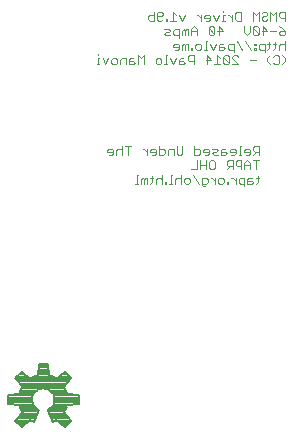
<source format=gbo>
G75*
%MOIN*%
%OFA0B0*%
%FSLAX24Y24*%
%IPPOS*%
%LPD*%
%AMOC8*
5,1,8,0,0,1.08239X$1,22.5*
%
%ADD10C,0.0030*%
%ADD11C,0.0079*%
D10*
X006877Y015042D02*
X006829Y015091D01*
X006829Y015333D01*
X006974Y015333D01*
X007022Y015284D01*
X007022Y015187D01*
X006974Y015139D01*
X006829Y015139D01*
X006727Y015139D02*
X006534Y015429D01*
X006433Y015284D02*
X006433Y015187D01*
X006384Y015139D01*
X006288Y015139D01*
X006239Y015187D01*
X006239Y015284D01*
X006288Y015333D01*
X006384Y015333D01*
X006433Y015284D01*
X006138Y015284D02*
X006090Y015333D01*
X005993Y015333D01*
X005945Y015284D01*
X005945Y015139D01*
X005843Y015139D02*
X005747Y015139D01*
X005795Y015139D02*
X005795Y015429D01*
X005843Y015429D01*
X006138Y015429D02*
X006138Y015139D01*
X005647Y015139D02*
X005599Y015139D01*
X005599Y015187D01*
X005647Y015187D01*
X005647Y015139D01*
X005500Y015139D02*
X005500Y015429D01*
X005451Y015333D02*
X005355Y015333D01*
X005306Y015284D01*
X005306Y015139D01*
X005157Y015187D02*
X005157Y015381D01*
X005205Y015333D02*
X005108Y015333D01*
X005009Y015333D02*
X004960Y015333D01*
X004912Y015284D01*
X004864Y015333D01*
X004815Y015284D01*
X004815Y015139D01*
X004912Y015139D02*
X004912Y015284D01*
X005009Y015333D02*
X005009Y015139D01*
X005108Y015139D02*
X005157Y015187D01*
X005451Y015333D02*
X005500Y015284D01*
X004714Y015139D02*
X004617Y015139D01*
X004666Y015139D02*
X004666Y015429D01*
X004714Y015429D01*
X005009Y016099D02*
X005009Y016293D01*
X005009Y016196D02*
X004912Y016293D01*
X004864Y016293D01*
X005110Y016244D02*
X005110Y016196D01*
X005303Y016196D01*
X005303Y016244D02*
X005255Y016293D01*
X005158Y016293D01*
X005110Y016244D01*
X005158Y016099D02*
X005255Y016099D01*
X005303Y016147D01*
X005303Y016244D01*
X005404Y016293D02*
X005550Y016293D01*
X005598Y016244D01*
X005598Y016147D01*
X005550Y016099D01*
X005404Y016099D01*
X005404Y016389D01*
X005699Y016244D02*
X005699Y016099D01*
X005699Y016244D02*
X005747Y016293D01*
X005893Y016293D01*
X005893Y016099D01*
X005994Y016147D02*
X005994Y016389D01*
X006187Y016389D02*
X006187Y016147D01*
X006139Y016099D01*
X006042Y016099D01*
X005994Y016147D01*
X006583Y016099D02*
X006583Y016389D01*
X006583Y016293D02*
X006728Y016293D01*
X006777Y016244D01*
X006777Y016147D01*
X006728Y016099D01*
X006583Y016099D01*
X006678Y015909D02*
X006678Y015619D01*
X006485Y015619D01*
X006779Y015619D02*
X006779Y015909D01*
X006779Y015764D02*
X006973Y015764D01*
X007074Y015667D02*
X007074Y015861D01*
X007123Y015909D01*
X007219Y015909D01*
X007268Y015861D01*
X007268Y015667D01*
X007219Y015619D01*
X007123Y015619D01*
X007074Y015667D01*
X006973Y015619D02*
X006973Y015909D01*
X006926Y016099D02*
X007023Y016099D01*
X007071Y016147D01*
X007071Y016244D01*
X007023Y016293D01*
X006926Y016293D01*
X006878Y016244D01*
X006878Y016196D01*
X007071Y016196D01*
X007172Y016147D02*
X007221Y016196D01*
X007317Y016196D01*
X007366Y016244D01*
X007317Y016293D01*
X007172Y016293D01*
X007172Y016147D02*
X007221Y016099D01*
X007366Y016099D01*
X007467Y016099D02*
X007612Y016099D01*
X007661Y016147D01*
X007612Y016196D01*
X007467Y016196D01*
X007467Y016244D02*
X007467Y016099D01*
X007467Y016244D02*
X007515Y016293D01*
X007612Y016293D01*
X007762Y016244D02*
X007810Y016293D01*
X007907Y016293D01*
X007955Y016244D01*
X007955Y016147D01*
X007907Y016099D01*
X007810Y016099D01*
X007762Y016196D02*
X007955Y016196D01*
X008055Y016099D02*
X008152Y016099D01*
X008103Y016099D02*
X008103Y016389D01*
X008152Y016389D01*
X008253Y016244D02*
X008253Y016196D01*
X008446Y016196D01*
X008446Y016244D02*
X008398Y016293D01*
X008301Y016293D01*
X008253Y016244D01*
X008301Y016099D02*
X008398Y016099D01*
X008446Y016147D01*
X008446Y016244D01*
X008547Y016244D02*
X008596Y016196D01*
X008741Y016196D01*
X008644Y016196D02*
X008547Y016099D01*
X008547Y016244D02*
X008547Y016341D01*
X008596Y016389D01*
X008741Y016389D01*
X008741Y016099D01*
X008741Y015909D02*
X008547Y015909D01*
X008644Y015909D02*
X008644Y015619D01*
X008446Y015619D02*
X008446Y015813D01*
X008349Y015909D01*
X008253Y015813D01*
X008253Y015619D01*
X008152Y015619D02*
X008152Y015909D01*
X008006Y015909D01*
X007958Y015861D01*
X007958Y015764D01*
X008006Y015716D01*
X008152Y015716D01*
X008253Y015764D02*
X008446Y015764D01*
X008693Y015381D02*
X008693Y015187D01*
X008644Y015139D01*
X008544Y015187D02*
X008496Y015236D01*
X008351Y015236D01*
X008351Y015284D02*
X008351Y015139D01*
X008496Y015139D01*
X008544Y015187D01*
X008496Y015333D02*
X008399Y015333D01*
X008351Y015284D01*
X008250Y015333D02*
X008250Y015042D01*
X008250Y015139D02*
X008105Y015139D01*
X008056Y015187D01*
X008056Y015284D01*
X008105Y015333D01*
X008250Y015333D01*
X007955Y015333D02*
X007955Y015139D01*
X007955Y015236D02*
X007858Y015333D01*
X007810Y015333D01*
X007710Y015187D02*
X007661Y015187D01*
X007661Y015139D01*
X007710Y015139D01*
X007710Y015187D01*
X007562Y015187D02*
X007514Y015139D01*
X007417Y015139D01*
X007369Y015187D01*
X007369Y015284D01*
X007417Y015333D01*
X007514Y015333D01*
X007562Y015284D01*
X007562Y015187D01*
X007268Y015139D02*
X007268Y015333D01*
X007171Y015333D02*
X007123Y015333D01*
X007171Y015333D02*
X007268Y015236D01*
X006925Y015042D02*
X006877Y015042D01*
X007663Y015619D02*
X007760Y015716D01*
X007712Y015716D02*
X007857Y015716D01*
X007857Y015619D02*
X007857Y015909D01*
X007712Y015909D01*
X007663Y015861D01*
X007663Y015764D01*
X007712Y015716D01*
X007762Y016196D02*
X007762Y016244D01*
X008644Y015333D02*
X008741Y015333D01*
X004468Y016389D02*
X004275Y016389D01*
X004372Y016389D02*
X004372Y016099D01*
X004174Y016099D02*
X004174Y016389D01*
X004125Y016293D02*
X004029Y016293D01*
X003980Y016244D01*
X003980Y016099D01*
X003879Y016147D02*
X003879Y016244D01*
X003831Y016293D01*
X003734Y016293D01*
X003686Y016244D01*
X003686Y016196D01*
X003879Y016196D01*
X003879Y016147D02*
X003831Y016099D01*
X003734Y016099D01*
X004125Y016293D02*
X004174Y016244D01*
X004111Y019124D02*
X004111Y019269D01*
X004159Y019317D01*
X004304Y019317D01*
X004304Y019124D01*
X004406Y019124D02*
X004551Y019124D01*
X004599Y019172D01*
X004551Y019220D01*
X004406Y019220D01*
X004406Y019269D02*
X004406Y019124D01*
X004406Y019269D02*
X004454Y019317D01*
X004551Y019317D01*
X004700Y019414D02*
X004700Y019124D01*
X004894Y019124D02*
X004894Y019414D01*
X004797Y019317D01*
X004700Y019414D01*
X005289Y019269D02*
X005289Y019172D01*
X005338Y019124D01*
X005435Y019124D01*
X005483Y019172D01*
X005483Y019269D01*
X005435Y019317D01*
X005338Y019317D01*
X005289Y019269D01*
X005583Y019124D02*
X005679Y019124D01*
X005631Y019124D02*
X005631Y019414D01*
X005679Y019414D01*
X005781Y019317D02*
X005877Y019124D01*
X005974Y019317D01*
X006075Y019269D02*
X006075Y019124D01*
X006220Y019124D01*
X006269Y019172D01*
X006220Y019220D01*
X006075Y019220D01*
X006075Y019269D02*
X006124Y019317D01*
X006220Y019317D01*
X006370Y019269D02*
X006418Y019220D01*
X006563Y019220D01*
X006563Y019124D02*
X006563Y019414D01*
X006418Y019414D01*
X006370Y019366D01*
X006370Y019269D01*
X006367Y019604D02*
X006367Y019797D01*
X006319Y019797D01*
X006270Y019749D01*
X006222Y019797D01*
X006173Y019749D01*
X006173Y019604D01*
X006270Y019604D02*
X006270Y019749D01*
X006072Y019749D02*
X006024Y019797D01*
X005927Y019797D01*
X005879Y019749D01*
X005879Y019700D01*
X006072Y019700D01*
X006072Y019652D02*
X006072Y019749D01*
X006072Y019652D02*
X006024Y019604D01*
X005927Y019604D01*
X006072Y019987D02*
X006072Y020277D01*
X005927Y020277D01*
X005879Y020229D01*
X005879Y020132D01*
X005927Y020084D01*
X006072Y020084D01*
X006173Y020084D02*
X006173Y020229D01*
X006222Y020277D01*
X006270Y020229D01*
X006270Y020084D01*
X006367Y020084D02*
X006367Y020277D01*
X006319Y020277D01*
X006270Y020229D01*
X006468Y020229D02*
X006662Y020229D01*
X006662Y020277D02*
X006565Y020374D01*
X006468Y020277D01*
X006468Y020084D01*
X006662Y020084D02*
X006662Y020277D01*
X006809Y020564D02*
X006809Y020757D01*
X006809Y020660D02*
X006712Y020757D01*
X006664Y020757D01*
X006910Y020709D02*
X006910Y020660D01*
X007104Y020660D01*
X007104Y020612D02*
X007104Y020709D01*
X007055Y020757D01*
X006958Y020757D01*
X006910Y020709D01*
X006958Y020564D02*
X007055Y020564D01*
X007104Y020612D01*
X007205Y020757D02*
X007301Y020564D01*
X007398Y020757D01*
X007546Y020757D02*
X007546Y020564D01*
X007498Y020564D02*
X007595Y020564D01*
X007595Y020757D02*
X007546Y020757D01*
X007546Y020854D02*
X007546Y020902D01*
X007695Y020757D02*
X007743Y020757D01*
X007840Y020660D01*
X007840Y020564D02*
X007840Y020757D01*
X007941Y020806D02*
X007990Y020854D01*
X008135Y020854D01*
X008135Y020564D01*
X007990Y020564D01*
X007941Y020612D01*
X007941Y020806D01*
X008531Y020854D02*
X008531Y020564D01*
X008724Y020564D02*
X008724Y020854D01*
X008627Y020757D01*
X008531Y020854D01*
X008825Y020806D02*
X008874Y020854D01*
X008970Y020854D01*
X009019Y020806D01*
X009019Y020757D01*
X008970Y020709D01*
X008874Y020709D01*
X008825Y020660D01*
X008825Y020612D01*
X008874Y020564D01*
X008970Y020564D01*
X009019Y020612D01*
X009120Y020564D02*
X009120Y020854D01*
X009217Y020757D01*
X009313Y020854D01*
X009313Y020564D01*
X009415Y020709D02*
X009463Y020660D01*
X009608Y020660D01*
X009608Y020564D02*
X009608Y020854D01*
X009463Y020854D01*
X009415Y020806D01*
X009415Y020709D01*
X009415Y020374D02*
X009511Y020326D01*
X009608Y020229D01*
X009463Y020229D01*
X009415Y020180D01*
X009415Y020132D01*
X009463Y020084D01*
X009560Y020084D01*
X009608Y020132D01*
X009608Y020229D01*
X009313Y020229D02*
X009120Y020229D01*
X009019Y020229D02*
X008825Y020229D01*
X008724Y020326D02*
X008676Y020374D01*
X008579Y020374D01*
X008531Y020326D01*
X008724Y020132D01*
X008676Y020084D01*
X008579Y020084D01*
X008531Y020132D01*
X008531Y020326D01*
X008430Y020374D02*
X008430Y020180D01*
X008333Y020084D01*
X008236Y020180D01*
X008236Y020374D01*
X008285Y019894D02*
X008479Y019604D01*
X008578Y019604D02*
X008626Y019604D01*
X008626Y019652D01*
X008578Y019652D01*
X008578Y019604D01*
X008578Y019749D02*
X008626Y019749D01*
X008626Y019797D01*
X008578Y019797D01*
X008578Y019749D01*
X008727Y019749D02*
X008727Y019652D01*
X008775Y019604D01*
X008921Y019604D01*
X008921Y019507D02*
X008921Y019797D01*
X008775Y019797D01*
X008727Y019749D01*
X009020Y019797D02*
X009117Y019797D01*
X009069Y019846D02*
X009069Y019652D01*
X009020Y019604D01*
X009217Y019604D02*
X009265Y019652D01*
X009265Y019846D01*
X009313Y019797D02*
X009217Y019797D01*
X009415Y019749D02*
X009415Y019604D01*
X009415Y019749D02*
X009463Y019797D01*
X009560Y019797D01*
X009608Y019749D01*
X009608Y019894D02*
X009608Y019604D01*
X009511Y019414D02*
X009608Y019317D01*
X009608Y019220D01*
X009511Y019124D01*
X009412Y019172D02*
X009363Y019124D01*
X009267Y019124D01*
X009218Y019172D01*
X009117Y019124D02*
X009020Y019220D01*
X009020Y019317D01*
X009117Y019414D01*
X009218Y019366D02*
X009267Y019414D01*
X009363Y019414D01*
X009412Y019366D01*
X009412Y019172D01*
X008626Y019269D02*
X008432Y019269D01*
X008037Y019366D02*
X007988Y019414D01*
X007892Y019414D01*
X007843Y019366D01*
X007843Y019317D01*
X008037Y019124D01*
X007843Y019124D01*
X007742Y019172D02*
X007548Y019366D01*
X007548Y019172D01*
X007597Y019124D01*
X007694Y019124D01*
X007742Y019172D01*
X007742Y019366D01*
X007694Y019414D01*
X007597Y019414D01*
X007548Y019366D01*
X007447Y019317D02*
X007351Y019414D01*
X007351Y019124D01*
X007447Y019124D02*
X007254Y019124D01*
X007153Y019269D02*
X006959Y019269D01*
X007008Y019414D02*
X007153Y019269D01*
X007008Y019124D02*
X007008Y019414D01*
X007005Y019604D02*
X006909Y019604D01*
X006957Y019604D02*
X006957Y019894D01*
X007005Y019894D01*
X007107Y019797D02*
X007203Y019604D01*
X007300Y019797D01*
X007401Y019749D02*
X007401Y019604D01*
X007546Y019604D01*
X007595Y019652D01*
X007546Y019700D01*
X007401Y019700D01*
X007401Y019749D02*
X007450Y019797D01*
X007546Y019797D01*
X007696Y019749D02*
X007696Y019652D01*
X007744Y019604D01*
X007889Y019604D01*
X007889Y019507D02*
X007889Y019797D01*
X007744Y019797D01*
X007696Y019749D01*
X007990Y019894D02*
X008184Y019604D01*
X008724Y020132D02*
X008724Y020326D01*
X008874Y020374D02*
X009019Y020229D01*
X008874Y020084D02*
X008874Y020374D01*
X007546Y020229D02*
X007352Y020229D01*
X007251Y020132D02*
X007251Y020326D01*
X007203Y020374D01*
X007106Y020374D01*
X007057Y020326D01*
X007251Y020132D01*
X007203Y020084D01*
X007106Y020084D01*
X007057Y020132D01*
X007057Y020326D01*
X007400Y020374D02*
X007400Y020084D01*
X007546Y020229D02*
X007400Y020374D01*
X006809Y019749D02*
X006809Y019652D01*
X006761Y019604D01*
X006664Y019604D01*
X006615Y019652D01*
X006615Y019749D01*
X006664Y019797D01*
X006761Y019797D01*
X006809Y019749D01*
X006514Y019652D02*
X006466Y019652D01*
X006466Y019604D01*
X006514Y019604D01*
X006514Y019652D01*
X005778Y020084D02*
X005633Y020084D01*
X005584Y020132D01*
X005633Y020180D01*
X005729Y020180D01*
X005778Y020229D01*
X005729Y020277D01*
X005584Y020277D01*
X005631Y020564D02*
X005679Y020564D01*
X005679Y020612D01*
X005631Y020612D01*
X005631Y020564D01*
X005532Y020612D02*
X005484Y020564D01*
X005387Y020564D01*
X005339Y020612D01*
X005339Y020806D01*
X005387Y020854D01*
X005484Y020854D01*
X005532Y020806D01*
X005532Y020757D01*
X005484Y020709D01*
X005339Y020709D01*
X005237Y020757D02*
X005092Y020757D01*
X005044Y020709D01*
X005044Y020612D01*
X005092Y020564D01*
X005237Y020564D01*
X005237Y020854D01*
X005781Y020564D02*
X005974Y020564D01*
X005877Y020564D02*
X005877Y020854D01*
X005974Y020757D01*
X006075Y020757D02*
X006172Y020564D01*
X006269Y020757D01*
X004010Y019269D02*
X004010Y019172D01*
X003961Y019124D01*
X003865Y019124D01*
X003816Y019172D01*
X003816Y019269D01*
X003865Y019317D01*
X003961Y019317D01*
X004010Y019269D01*
X003715Y019317D02*
X003618Y019124D01*
X003522Y019317D01*
X003420Y019317D02*
X003372Y019317D01*
X003372Y019124D01*
X003420Y019124D02*
X003324Y019124D01*
X003372Y019414D02*
X003372Y019462D01*
D11*
X001118Y007253D02*
X000821Y007011D01*
X000618Y007214D01*
X000860Y007511D01*
X000816Y007590D01*
X000782Y007673D01*
X000757Y007759D01*
X000376Y007797D01*
X000376Y008085D01*
X000757Y008124D01*
X000782Y008210D01*
X000816Y008293D01*
X000860Y008372D01*
X000618Y008669D01*
X000821Y008872D01*
X001118Y008630D01*
X001197Y008673D01*
X001279Y008708D01*
X001366Y008733D01*
X001404Y009114D01*
X001692Y009114D01*
X001731Y008733D01*
X001817Y008708D01*
X001900Y008673D01*
X001979Y008630D01*
X002275Y008872D01*
X002479Y008669D01*
X002237Y008372D01*
X002280Y008293D01*
X002315Y008210D01*
X002340Y008124D01*
X002721Y008085D01*
X002721Y007797D01*
X002340Y007759D01*
X002315Y007673D01*
X002280Y007590D01*
X002237Y007511D01*
X002479Y007214D01*
X002275Y007011D01*
X001979Y007253D01*
X001920Y007220D01*
X001859Y007191D01*
X001690Y007600D01*
X001753Y007635D01*
X001809Y007680D01*
X001855Y007736D01*
X001889Y007800D01*
X001910Y007869D01*
X001917Y007941D01*
X001910Y008013D01*
X001889Y008083D01*
X001855Y008146D01*
X001809Y008202D01*
X001753Y008248D01*
X001690Y008282D01*
X001620Y008303D01*
X001548Y008311D01*
X001476Y008303D01*
X001407Y008282D01*
X001343Y008248D01*
X001287Y008202D01*
X001241Y008146D01*
X001207Y008083D01*
X001186Y008013D01*
X001179Y007941D01*
X001186Y007869D01*
X001207Y007800D01*
X001241Y007736D01*
X001287Y007680D01*
X001343Y007635D01*
X001407Y007600D01*
X001238Y007191D01*
X001177Y007220D01*
X001118Y007253D01*
X001091Y007231D02*
X000631Y007231D01*
X000678Y007154D02*
X000997Y007154D01*
X000902Y007077D02*
X000755Y007077D01*
X000694Y007308D02*
X001286Y007308D01*
X001254Y007231D02*
X001156Y007231D01*
X001318Y007386D02*
X000757Y007386D01*
X000820Y007463D02*
X001350Y007463D01*
X001382Y007540D02*
X000844Y007540D01*
X000805Y007617D02*
X001375Y007617D01*
X001276Y007695D02*
X000776Y007695D01*
X000628Y007772D02*
X001222Y007772D01*
X001192Y007849D02*
X000376Y007849D01*
X000376Y007926D02*
X001181Y007926D01*
X001185Y008004D02*
X000376Y008004D01*
X000376Y008081D02*
X001207Y008081D01*
X001251Y008158D02*
X000767Y008158D01*
X000792Y008235D02*
X001327Y008235D01*
X001769Y008235D02*
X002304Y008235D01*
X002330Y008158D02*
X001846Y008158D01*
X001890Y008081D02*
X002721Y008081D01*
X002721Y008004D02*
X001911Y008004D01*
X001916Y007926D02*
X002721Y007926D01*
X002721Y007849D02*
X001904Y007849D01*
X001874Y007772D02*
X002468Y007772D01*
X002321Y007695D02*
X001821Y007695D01*
X001721Y007617D02*
X002292Y007617D01*
X002253Y007540D02*
X001715Y007540D01*
X001747Y007463D02*
X002276Y007463D01*
X002339Y007386D02*
X001779Y007386D01*
X001811Y007308D02*
X002402Y007308D01*
X002465Y007231D02*
X002005Y007231D01*
X001941Y007231D02*
X001843Y007231D01*
X002100Y007154D02*
X002419Y007154D01*
X002341Y007077D02*
X002195Y007077D01*
X002270Y008313D02*
X000827Y008313D01*
X000845Y008390D02*
X002252Y008390D01*
X002315Y008467D02*
X000782Y008467D01*
X000719Y008544D02*
X002378Y008544D01*
X002441Y008621D02*
X000656Y008621D01*
X000648Y008699D02*
X001034Y008699D01*
X000939Y008776D02*
X000725Y008776D01*
X000802Y008853D02*
X000844Y008853D01*
X001258Y008699D02*
X001839Y008699D01*
X001727Y008776D02*
X001370Y008776D01*
X001378Y008853D02*
X001719Y008853D01*
X001711Y008930D02*
X001386Y008930D01*
X001394Y009008D02*
X001703Y009008D01*
X001695Y009085D02*
X001401Y009085D01*
X002063Y008699D02*
X002449Y008699D01*
X002372Y008776D02*
X002158Y008776D01*
X002252Y008853D02*
X002294Y008853D01*
M02*

</source>
